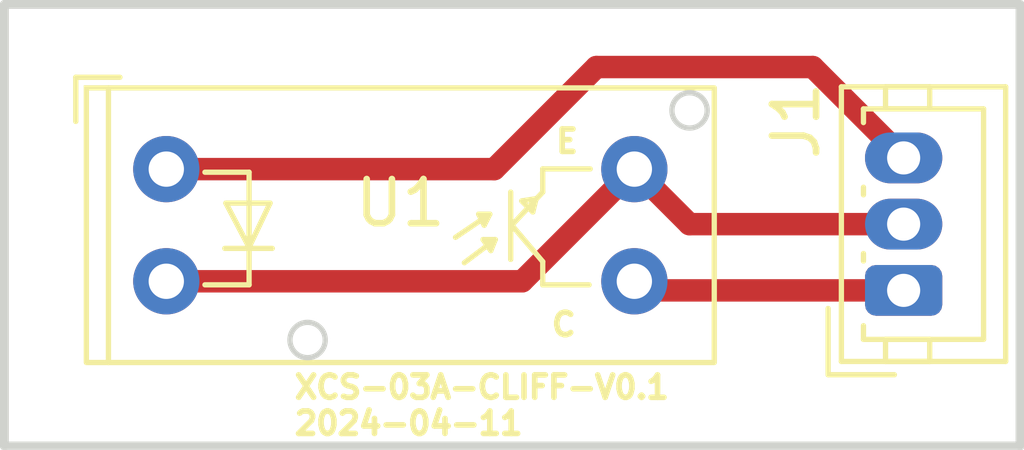
<source format=kicad_pcb>
(kicad_pcb (version 20240108) (generator "pcbnew") (generator_version "8.0")
  (title_block (title "XCS-03A-Cliff") (date "2024-04-11") (rev "V0.1") (company "Ovobot") (comment 1 "XCS-03A-Cliff,23x10x1.6mm ,FR4,2层,绿油白字,无铅喷锡"))
  (layers (0 "F.Cu" signal) (31 "B.Cu" signal) (34 "B.Paste" user) (35 "F.Paste" user) (36 "B.SilkS" user "B.Silkscreen") (37 "F.SilkS" user "F.Silkscreen") (38 "B.Mask" user) (39 "F.Mask" user) (44 "Edge.Cuts" user))
  (net 0 "")
  (net 1 "/EDGE_DET_LT")
  (net 2 "GND")
  (net 3 "Net-(J1-Pad3)")
  (footprint "Ovo_Sensor_Proximity:EverLight_ITR8402_14.0x6.0mm_P2.54mm" (layer "F.Cu") (at 153.1172 104.1146)
    (property "Reference" "U1" (at 0 -0.5 0) (layer "F.SilkS"))
    (property "Value" "ITR8402")
    (fp_line (start -7.35 -3.35) (end -7.35 -2.35) (stroke (width 0.12)) (layer "F.SilkS"))
    (fp_line (start -7.35 -3.35) (end -6.35 -3.35) (stroke (width 0.12)) (layer "F.SilkS"))
    (fp_line (start -6.61 -3.11) (end -6.61 3.11) (stroke (width 0.12)) (layer "F.SilkS"))
    (fp_line (start -4.425 1.35) (end -3.425 1.35) (stroke (width 0.12)) (layer "F.SilkS"))
    (fp_line (start -3.975 0.525) (end -2.9 0.525) (stroke (width 0.12)) (layer "F.SilkS"))
    (fp_line (start -3.95 -0.5) (end -2.95 -0.5) (stroke (width 0.12)) (layer "F.SilkS"))
    (fp_line (start -3.425 -1.2) (end -4.425 -1.2) (stroke (width 0.12)) (layer "F.SilkS"))
    (fp_line (start -3.425 0.5) (end -3.95 -0.5) (stroke (width 0.12)) (layer "F.SilkS"))
    (fp_line (start -3.425 1.35) (end -3.425 -1.2) (stroke (width 0.12)) (layer "F.SilkS"))
    (fp_line (start -2.95 -0.5) (end -3.425 0.5) (stroke (width 0.12)) (layer "F.SilkS"))
    (fp_line (start 1.25 0.275) (end 2.025 -0.25) (stroke (width 0.12)) (layer "F.SilkS"))
    (fp_line (start 1.45 0.85) (end 2.15 0.325) (stroke (width 0.12)) (layer "F.SilkS"))
    (fp_line (start 1.775 -0.25) (end 1.9 0) (stroke (width 0.12)) (layer "F.SilkS"))
    (fp_line (start 1.875 0.325) (end 2.05 0.575) (stroke (width 0.12)) (layer "F.SilkS"))
    (fp_line (start 1.9 0) (end 2.025 -0.25) (stroke (width 0.12)) (layer "F.SilkS"))
    (fp_line (start 2.025 -0.25) (end 1.775 -0.25) (stroke (width 0.12)) (layer "F.SilkS"))
    (fp_line (start 2.05 0.575) (end 2.15 0.325) (stroke (width 0.12)) (layer "F.SilkS"))
    (fp_line (start 2.15 0.325) (end 1.875 0.325) (stroke (width 0.12)) (layer "F.SilkS"))
    (fp_line (start 2.5 -0.75) (end 2.5 0.775) (stroke (width 0.12)) (layer "F.SilkS"))
    (fp_line (start 2.525 0) (end 3.225 -0.75) (stroke (width 0.12)) (layer "F.SilkS"))
    (fp_line (start 2.75 -0.55) (end 3 -0.3) (stroke (width 0.12)) (layer "F.SilkS"))
    (fp_line (start 3 -0.3) (end 3.075 -0.6) (stroke (width 0.12)) (layer "F.SilkS"))
    (fp_line (start 3.075 -0.6) (end 2.75 -0.55) (stroke (width 0.12)) (layer "F.SilkS"))
    (fp_line (start 3.225 -1.275) (end 4.3 -1.275) (stroke (width 0.12)) (layer "F.SilkS"))
    (fp_line (start 3.225 -0.75) (end 3.225 -1.275) (stroke (width 0.12)) (layer "F.SilkS"))
    (fp_line (start 3.225 0.825) (end 2.525 0) (stroke (width 0.12)) (layer "F.SilkS"))
    (fp_line (start 3.225 1.35) (end 3.225 0.825) (stroke (width 0.12)) (layer "F.SilkS"))
    (fp_line (start 4.275 1.35) (end 3.225 1.35) (stroke (width 0.12)) (layer "F.SilkS"))
    (fp_rect (start -7.11 -3.11) (end 7.11 3.11) (stroke (width 0.12)) (fill none) (layer "F.SilkS"))
    (fp_circle (center -2.1 2.6) (end -1.7 2.6) (stroke (width 0.12)) (fill none) (layer "Edge.Cuts"))
    (fp_circle (center 6.55 -2.6) (end 6.95 -2.6) (stroke (width 0.12)) (fill none) (layer "Edge.Cuts"))
    (fp_text user "C" (at 3.7 2.25 0) (layer "F.SilkS") (effects (font (size 0.508 0.508) (thickness 0.127))))
    (fp_text user "E" (at 3.775 -1.9 0) (layer "F.SilkS") (effects (font (size 0.508 0.508) (thickness 0.127))))
    (pad "1" thru_hole circle (at -5.3 -1.27) (size 1.5 1.5) (drill 0.8) (layers "*.Cu" "*.Mask") (net 3 "Net-(J1-Pad3)"))
    (pad "2" thru_hole circle (at -5.3 1.27) (size 1.5 1.5) (drill 0.8) (layers "*.Cu" "*.Mask") (net 2 "GND"))
    (pad "3" thru_hole circle (at 5.3 1.27) (size 1.5 1.5) (drill 0.8) (layers "*.Cu" "*.Mask") (net 1 "/EDGE_DET_LT"))
    (pad "4" thru_hole circle (at 5.3 -1.27) (size 1.5 1.5) (drill 0.8) (layers "*.Cu" "*.Mask") (net 2 "GND"))
  )
  (footprint "Ovo_Connector_JST:JST_ZH_B03B-ZR_1x03_P1.50mm_Vertical" (layer "F.Cu") (at 164.5158 105.5906 90)
    (property "Reference" "J1" (at 3.8382 -2.4384 90) (layer "F.SilkS"))
    (property "Value" "ZH1.5MM/3A")
    (fp_line (start -1.91 -1.71) (end -0.41 -1.71) (stroke (width 0.12)) (layer "F.SilkS"))
    (fp_line (start 4.61 -1.41) (end -1.61 -1.41) (stroke (width 0.12)) (layer "F.SilkS"))
    (fp_line (start -1.61 -1.41) (end -1.61 2.31) (stroke (width 0.12)) (layer "F.SilkS"))
    (fp_line (start 4.11 -0.91) (end 3.8 -0.91) (stroke (width 0.12)) (layer "F.SilkS"))
    (fp_line (start 2.335 -0.91) (end 2.165 -0.91) (stroke (width 0.12)) (layer "F.SilkS"))
    (fp_line (start 0.835 -0.91) (end 0.665 -0.91) (stroke (width 0.12)) (layer "F.SilkS"))
    (fp_line (start -0.8 -0.91) (end -1.11 -0.91) (stroke (width 0.12)) (layer "F.SilkS"))
    (fp_line (start -1.11 -0.91) (end -1.11 1.81) (stroke (width 0.12)) (layer "F.SilkS"))
    (fp_line (start 4.61 -0.41) (end 4.61 0.59) (stroke (width 0.12)) (layer "F.SilkS"))
    (fp_line (start 4.11 -0.41) (end 4.61 -0.41) (stroke (width 0.12)) (layer "F.SilkS"))
    (fp_line (start -1.11 -0.41) (end -1.61 -0.41) (stroke (width 0.12)) (layer "F.SilkS"))
    (fp_line (start -1.61 -0.41) (end -1.61 0.59) (stroke (width 0.12)) (layer "F.SilkS"))
    (fp_line (start -1.91 -0.21) (end -1.91 -1.71) (stroke (width 0.12)) (layer "F.SilkS"))
    (fp_line (start 4.61 0.59) (end 4.11 0.59) (stroke (width 0.12)) (layer "F.SilkS"))
    (fp_line (start 4.11 0.59) (end 4.11 -0.41) (stroke (width 0.12)) (layer "F.SilkS"))
    (fp_line (start -1.11 0.59) (end -1.11 -0.41) (stroke (width 0.12)) (layer "F.SilkS"))
    (fp_line (start -1.61 0.59) (end -1.11 0.59) (stroke (width 0.12)) (layer "F.SilkS"))
    (fp_line (start 4.11 1.81) (end 4.11 -0.91) (stroke (width 0.12)) (layer "F.SilkS"))
    (fp_line (start -1.11 1.81) (end 4.11 1.81) (stroke (width 0.12)) (layer "F.SilkS"))
    (fp_line (start 4.61 2.31) (end 4.61 -1.41) (stroke (width 0.12)) (layer "F.SilkS"))
    (fp_line (start -1.61 2.31) (end 4.61 2.31) (stroke (width 0.12)) (layer "F.SilkS"))
    (pad "1" thru_hole roundrect (at 0 0 90) (size 1.15 1.75) (drill 0.75) (layers "*.Cu" "*.Mask") (roundrect_rratio 0.2173913043) (net 1 "/EDGE_DET_LT"))
    (pad "2" thru_hole oval (at 1.5 0 90) (size 1.15 1.75) (drill 0.75) (layers "*.Cu" "*.Mask") (net 2 "GND"))
    (pad "3" thru_hole oval (at 3 0 90) (size 1.15 1.75) (drill 0.75) (layers "*.Cu" "*.Mask") (net 3 "Net-(J1-Pad3)"))
  )
  (gr_line (start 144.1512 99.1146) (end 144.1512 109.1146) (stroke (width 0.2)) (layer "Edge.Cuts"))
  (gr_line (start 167.1512 109.1146) (end 167.1512 99.1146) (stroke (width 0.2)) (layer "Edge.Cuts"))
  (gr_line (start 167.1512 99.1146) (end 144.1512 99.1146) (stroke (width 0.2)) (layer "Edge.Cuts"))
  (gr_line (start 144.1512 109.1146) (end 167.1512 109.1146) (stroke (width 0.2)) (layer "Edge.Cuts"))
  (gr_text "XCS-03A-CLIFF-${REVISION}\n${ISSUE_DATE}" (at 150.658 108.193 0) (layer "F.SilkS") (effects (font (size 0.508 0.508) (thickness 0.127)) (justify left)))
  (segment (start 158.4172 105.3846) (end 158.6232 105.5906) (width 0.508) (layer "F.Cu") (net 1))
  (segment (start 158.6232 105.5906) (end 164.5158 105.5906) (width 0.508) (layer "F.Cu") (net 1))
  (segment (start 155.8772 105.3846) (end 158.4172 102.8446) (width 0.508) (layer "F.Cu") (net 2))
  (segment (start 158.4172 102.8446) (end 159.6632 104.0906) (width 0.508) (layer "F.Cu") (net 2))
  (segment (start 159.6632 104.0906) (end 164.5158 104.0906) (width 0.508) (layer "F.Cu") (net 2))
  (segment (start 147.8172 105.3846) (end 155.8772 105.3846) (width 0.508) (layer "F.Cu") (net 2))
  (segment (start 155.2448 102.8446) (end 157.5562 100.5332) (width 0.508) (layer "F.Cu") (net 3))
  (segment (start 147.8172 102.8446) (end 155.2448 102.8446) (width 0.508) (layer "F.Cu") (net 3))
  (segment (start 162.4584 100.5332) (end 164.5158 102.5906) (width 0.508) (layer "F.Cu") (net 3))
  (segment (start 157.5562 100.5332) (end 162.4584 100.5332) (width 0.508) (layer "F.Cu") (net 3))
)
</source>
